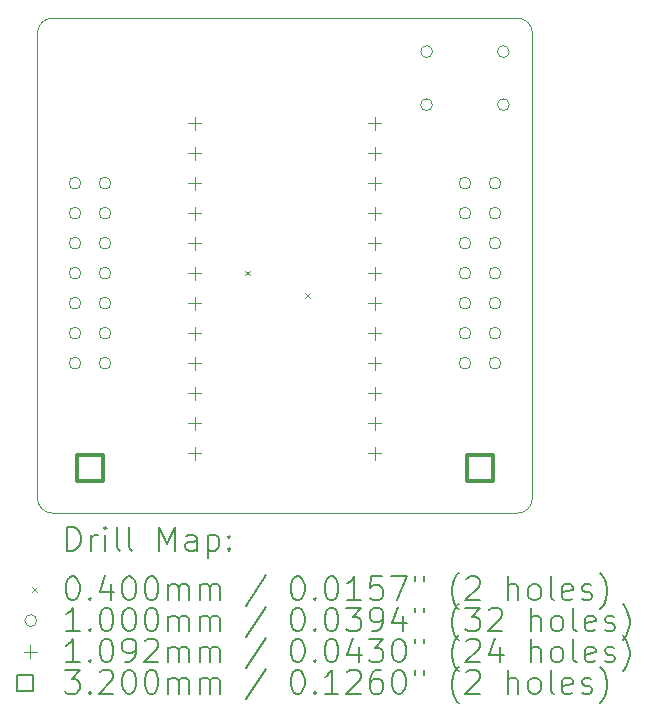
<source format=gbr>
%FSLAX45Y45*%
G04 Gerber Fmt 4.5, Leading zero omitted, Abs format (unit mm)*
G04 Created by KiCad (PCBNEW (6.0.4-0)) date 2022-03-28 13:42:37*
%MOMM*%
%LPD*%
G01*
G04 APERTURE LIST*
%TA.AperFunction,Profile*%
%ADD10C,0.120000*%
%TD*%
%ADD11C,0.200000*%
%ADD12C,0.040000*%
%ADD13C,0.100000*%
%ADD14C,0.109220*%
%ADD15C,0.320000*%
G04 APERTURE END LIST*
D10*
X15938500Y-8636000D02*
X12001500Y-8636000D01*
X11874500Y-8509000D02*
X11874500Y-4572000D01*
X16065500Y-4572000D02*
G75*
G03*
X15938500Y-4445000I-127000J0D01*
G01*
X11874500Y-8509000D02*
G75*
G03*
X12001500Y-8636000I127000J0D01*
G01*
X15938500Y-8636000D02*
G75*
G03*
X16065500Y-8509000I0J127000D01*
G01*
X12001500Y-4445000D02*
G75*
G03*
X11874500Y-4572000I0J-127000D01*
G01*
X12001500Y-4445000D02*
X15938500Y-4445000D01*
X16065500Y-4572000D02*
X16065500Y-8509000D01*
D11*
D12*
X13632500Y-6584000D02*
X13672500Y-6624000D01*
X13672500Y-6584000D02*
X13632500Y-6624000D01*
X14140500Y-6774500D02*
X14180500Y-6814500D01*
X14180500Y-6774500D02*
X14140500Y-6814500D01*
D13*
X12242000Y-5842000D02*
G75*
G03*
X12242000Y-5842000I-50000J0D01*
G01*
X12242000Y-6096000D02*
G75*
G03*
X12242000Y-6096000I-50000J0D01*
G01*
X12242000Y-6350000D02*
G75*
G03*
X12242000Y-6350000I-50000J0D01*
G01*
X12242000Y-6604000D02*
G75*
G03*
X12242000Y-6604000I-50000J0D01*
G01*
X12242000Y-6858000D02*
G75*
G03*
X12242000Y-6858000I-50000J0D01*
G01*
X12242000Y-7112000D02*
G75*
G03*
X12242000Y-7112000I-50000J0D01*
G01*
X12242000Y-7366000D02*
G75*
G03*
X12242000Y-7366000I-50000J0D01*
G01*
X12496000Y-5842000D02*
G75*
G03*
X12496000Y-5842000I-50000J0D01*
G01*
X12496000Y-6096000D02*
G75*
G03*
X12496000Y-6096000I-50000J0D01*
G01*
X12496000Y-6350000D02*
G75*
G03*
X12496000Y-6350000I-50000J0D01*
G01*
X12496000Y-6604000D02*
G75*
G03*
X12496000Y-6604000I-50000J0D01*
G01*
X12496000Y-6858000D02*
G75*
G03*
X12496000Y-6858000I-50000J0D01*
G01*
X12496000Y-7112000D02*
G75*
G03*
X12496000Y-7112000I-50000J0D01*
G01*
X12496000Y-7366000D02*
G75*
G03*
X12496000Y-7366000I-50000J0D01*
G01*
X15219000Y-4728000D02*
G75*
G03*
X15219000Y-4728000I-50000J0D01*
G01*
X15219000Y-5178000D02*
G75*
G03*
X15219000Y-5178000I-50000J0D01*
G01*
X15544000Y-5842000D02*
G75*
G03*
X15544000Y-5842000I-50000J0D01*
G01*
X15544000Y-6096000D02*
G75*
G03*
X15544000Y-6096000I-50000J0D01*
G01*
X15544000Y-6350000D02*
G75*
G03*
X15544000Y-6350000I-50000J0D01*
G01*
X15544000Y-6604000D02*
G75*
G03*
X15544000Y-6604000I-50000J0D01*
G01*
X15544000Y-6858000D02*
G75*
G03*
X15544000Y-6858000I-50000J0D01*
G01*
X15544000Y-7112000D02*
G75*
G03*
X15544000Y-7112000I-50000J0D01*
G01*
X15544000Y-7366000D02*
G75*
G03*
X15544000Y-7366000I-50000J0D01*
G01*
X15798000Y-5842000D02*
G75*
G03*
X15798000Y-5842000I-50000J0D01*
G01*
X15798000Y-6096000D02*
G75*
G03*
X15798000Y-6096000I-50000J0D01*
G01*
X15798000Y-6350000D02*
G75*
G03*
X15798000Y-6350000I-50000J0D01*
G01*
X15798000Y-6604000D02*
G75*
G03*
X15798000Y-6604000I-50000J0D01*
G01*
X15798000Y-6858000D02*
G75*
G03*
X15798000Y-6858000I-50000J0D01*
G01*
X15798000Y-7112000D02*
G75*
G03*
X15798000Y-7112000I-50000J0D01*
G01*
X15798000Y-7366000D02*
G75*
G03*
X15798000Y-7366000I-50000J0D01*
G01*
X15869000Y-4728000D02*
G75*
G03*
X15869000Y-4728000I-50000J0D01*
G01*
X15869000Y-5178000D02*
G75*
G03*
X15869000Y-5178000I-50000J0D01*
G01*
D14*
X13208000Y-5279390D02*
X13208000Y-5388610D01*
X13153390Y-5334000D02*
X13262610Y-5334000D01*
X13208000Y-5533390D02*
X13208000Y-5642610D01*
X13153390Y-5588000D02*
X13262610Y-5588000D01*
X13208000Y-5787390D02*
X13208000Y-5896610D01*
X13153390Y-5842000D02*
X13262610Y-5842000D01*
X13208000Y-6041390D02*
X13208000Y-6150610D01*
X13153390Y-6096000D02*
X13262610Y-6096000D01*
X13208000Y-6295390D02*
X13208000Y-6404610D01*
X13153390Y-6350000D02*
X13262610Y-6350000D01*
X13208000Y-6549390D02*
X13208000Y-6658610D01*
X13153390Y-6604000D02*
X13262610Y-6604000D01*
X13208000Y-6803390D02*
X13208000Y-6912610D01*
X13153390Y-6858000D02*
X13262610Y-6858000D01*
X13208000Y-7057390D02*
X13208000Y-7166610D01*
X13153390Y-7112000D02*
X13262610Y-7112000D01*
X13208000Y-7311390D02*
X13208000Y-7420610D01*
X13153390Y-7366000D02*
X13262610Y-7366000D01*
X13208000Y-7565390D02*
X13208000Y-7674610D01*
X13153390Y-7620000D02*
X13262610Y-7620000D01*
X13208000Y-7819390D02*
X13208000Y-7928610D01*
X13153390Y-7874000D02*
X13262610Y-7874000D01*
X13208000Y-8073390D02*
X13208000Y-8182610D01*
X13153390Y-8128000D02*
X13262610Y-8128000D01*
X14732000Y-5279390D02*
X14732000Y-5388610D01*
X14677390Y-5334000D02*
X14786610Y-5334000D01*
X14732000Y-5533390D02*
X14732000Y-5642610D01*
X14677390Y-5588000D02*
X14786610Y-5588000D01*
X14732000Y-5787390D02*
X14732000Y-5896610D01*
X14677390Y-5842000D02*
X14786610Y-5842000D01*
X14732000Y-6041390D02*
X14732000Y-6150610D01*
X14677390Y-6096000D02*
X14786610Y-6096000D01*
X14732000Y-6295390D02*
X14732000Y-6404610D01*
X14677390Y-6350000D02*
X14786610Y-6350000D01*
X14732000Y-6549390D02*
X14732000Y-6658610D01*
X14677390Y-6604000D02*
X14786610Y-6604000D01*
X14732000Y-6803390D02*
X14732000Y-6912610D01*
X14677390Y-6858000D02*
X14786610Y-6858000D01*
X14732000Y-7057390D02*
X14732000Y-7166610D01*
X14677390Y-7112000D02*
X14786610Y-7112000D01*
X14732000Y-7311390D02*
X14732000Y-7420610D01*
X14677390Y-7366000D02*
X14786610Y-7366000D01*
X14732000Y-7565390D02*
X14732000Y-7674610D01*
X14677390Y-7620000D02*
X14786610Y-7620000D01*
X14732000Y-7819390D02*
X14732000Y-7928610D01*
X14677390Y-7874000D02*
X14786610Y-7874000D01*
X14732000Y-8073390D02*
X14732000Y-8182610D01*
X14677390Y-8128000D02*
X14786610Y-8128000D01*
D15*
X12432138Y-8368138D02*
X12432138Y-8141862D01*
X12205862Y-8141862D01*
X12205862Y-8368138D01*
X12432138Y-8368138D01*
X15734138Y-8368138D02*
X15734138Y-8141862D01*
X15507862Y-8141862D01*
X15507862Y-8368138D01*
X15734138Y-8368138D01*
D11*
X12126119Y-8952476D02*
X12126119Y-8752476D01*
X12173738Y-8752476D01*
X12202309Y-8762000D01*
X12221357Y-8781048D01*
X12230881Y-8800095D01*
X12240405Y-8838190D01*
X12240405Y-8866762D01*
X12230881Y-8904857D01*
X12221357Y-8923905D01*
X12202309Y-8942952D01*
X12173738Y-8952476D01*
X12126119Y-8952476D01*
X12326119Y-8952476D02*
X12326119Y-8819143D01*
X12326119Y-8857238D02*
X12335643Y-8838190D01*
X12345167Y-8828667D01*
X12364214Y-8819143D01*
X12383262Y-8819143D01*
X12449928Y-8952476D02*
X12449928Y-8819143D01*
X12449928Y-8752476D02*
X12440405Y-8762000D01*
X12449928Y-8771524D01*
X12459452Y-8762000D01*
X12449928Y-8752476D01*
X12449928Y-8771524D01*
X12573738Y-8952476D02*
X12554690Y-8942952D01*
X12545167Y-8923905D01*
X12545167Y-8752476D01*
X12678500Y-8952476D02*
X12659452Y-8942952D01*
X12649928Y-8923905D01*
X12649928Y-8752476D01*
X12907071Y-8952476D02*
X12907071Y-8752476D01*
X12973738Y-8895333D01*
X13040405Y-8752476D01*
X13040405Y-8952476D01*
X13221357Y-8952476D02*
X13221357Y-8847714D01*
X13211833Y-8828667D01*
X13192786Y-8819143D01*
X13154690Y-8819143D01*
X13135643Y-8828667D01*
X13221357Y-8942952D02*
X13202309Y-8952476D01*
X13154690Y-8952476D01*
X13135643Y-8942952D01*
X13126119Y-8923905D01*
X13126119Y-8904857D01*
X13135643Y-8885810D01*
X13154690Y-8876286D01*
X13202309Y-8876286D01*
X13221357Y-8866762D01*
X13316595Y-8819143D02*
X13316595Y-9019143D01*
X13316595Y-8828667D02*
X13335643Y-8819143D01*
X13373738Y-8819143D01*
X13392786Y-8828667D01*
X13402309Y-8838190D01*
X13411833Y-8857238D01*
X13411833Y-8914381D01*
X13402309Y-8933429D01*
X13392786Y-8942952D01*
X13373738Y-8952476D01*
X13335643Y-8952476D01*
X13316595Y-8942952D01*
X13497548Y-8933429D02*
X13507071Y-8942952D01*
X13497548Y-8952476D01*
X13488024Y-8942952D01*
X13497548Y-8933429D01*
X13497548Y-8952476D01*
X13497548Y-8828667D02*
X13507071Y-8838190D01*
X13497548Y-8847714D01*
X13488024Y-8838190D01*
X13497548Y-8828667D01*
X13497548Y-8847714D01*
D12*
X11828500Y-9262000D02*
X11868500Y-9302000D01*
X11868500Y-9262000D02*
X11828500Y-9302000D01*
D11*
X12164214Y-9172476D02*
X12183262Y-9172476D01*
X12202309Y-9182000D01*
X12211833Y-9191524D01*
X12221357Y-9210571D01*
X12230881Y-9248667D01*
X12230881Y-9296286D01*
X12221357Y-9334381D01*
X12211833Y-9353429D01*
X12202309Y-9362952D01*
X12183262Y-9372476D01*
X12164214Y-9372476D01*
X12145167Y-9362952D01*
X12135643Y-9353429D01*
X12126119Y-9334381D01*
X12116595Y-9296286D01*
X12116595Y-9248667D01*
X12126119Y-9210571D01*
X12135643Y-9191524D01*
X12145167Y-9182000D01*
X12164214Y-9172476D01*
X12316595Y-9353429D02*
X12326119Y-9362952D01*
X12316595Y-9372476D01*
X12307071Y-9362952D01*
X12316595Y-9353429D01*
X12316595Y-9372476D01*
X12497548Y-9239143D02*
X12497548Y-9372476D01*
X12449928Y-9162952D02*
X12402309Y-9305810D01*
X12526119Y-9305810D01*
X12640405Y-9172476D02*
X12659452Y-9172476D01*
X12678500Y-9182000D01*
X12688024Y-9191524D01*
X12697548Y-9210571D01*
X12707071Y-9248667D01*
X12707071Y-9296286D01*
X12697548Y-9334381D01*
X12688024Y-9353429D01*
X12678500Y-9362952D01*
X12659452Y-9372476D01*
X12640405Y-9372476D01*
X12621357Y-9362952D01*
X12611833Y-9353429D01*
X12602309Y-9334381D01*
X12592786Y-9296286D01*
X12592786Y-9248667D01*
X12602309Y-9210571D01*
X12611833Y-9191524D01*
X12621357Y-9182000D01*
X12640405Y-9172476D01*
X12830881Y-9172476D02*
X12849928Y-9172476D01*
X12868976Y-9182000D01*
X12878500Y-9191524D01*
X12888024Y-9210571D01*
X12897548Y-9248667D01*
X12897548Y-9296286D01*
X12888024Y-9334381D01*
X12878500Y-9353429D01*
X12868976Y-9362952D01*
X12849928Y-9372476D01*
X12830881Y-9372476D01*
X12811833Y-9362952D01*
X12802309Y-9353429D01*
X12792786Y-9334381D01*
X12783262Y-9296286D01*
X12783262Y-9248667D01*
X12792786Y-9210571D01*
X12802309Y-9191524D01*
X12811833Y-9182000D01*
X12830881Y-9172476D01*
X12983262Y-9372476D02*
X12983262Y-9239143D01*
X12983262Y-9258190D02*
X12992786Y-9248667D01*
X13011833Y-9239143D01*
X13040405Y-9239143D01*
X13059452Y-9248667D01*
X13068976Y-9267714D01*
X13068976Y-9372476D01*
X13068976Y-9267714D02*
X13078500Y-9248667D01*
X13097548Y-9239143D01*
X13126119Y-9239143D01*
X13145167Y-9248667D01*
X13154690Y-9267714D01*
X13154690Y-9372476D01*
X13249928Y-9372476D02*
X13249928Y-9239143D01*
X13249928Y-9258190D02*
X13259452Y-9248667D01*
X13278500Y-9239143D01*
X13307071Y-9239143D01*
X13326119Y-9248667D01*
X13335643Y-9267714D01*
X13335643Y-9372476D01*
X13335643Y-9267714D02*
X13345167Y-9248667D01*
X13364214Y-9239143D01*
X13392786Y-9239143D01*
X13411833Y-9248667D01*
X13421357Y-9267714D01*
X13421357Y-9372476D01*
X13811833Y-9162952D02*
X13640405Y-9420095D01*
X14068976Y-9172476D02*
X14088024Y-9172476D01*
X14107071Y-9182000D01*
X14116595Y-9191524D01*
X14126119Y-9210571D01*
X14135643Y-9248667D01*
X14135643Y-9296286D01*
X14126119Y-9334381D01*
X14116595Y-9353429D01*
X14107071Y-9362952D01*
X14088024Y-9372476D01*
X14068976Y-9372476D01*
X14049928Y-9362952D01*
X14040405Y-9353429D01*
X14030881Y-9334381D01*
X14021357Y-9296286D01*
X14021357Y-9248667D01*
X14030881Y-9210571D01*
X14040405Y-9191524D01*
X14049928Y-9182000D01*
X14068976Y-9172476D01*
X14221357Y-9353429D02*
X14230881Y-9362952D01*
X14221357Y-9372476D01*
X14211833Y-9362952D01*
X14221357Y-9353429D01*
X14221357Y-9372476D01*
X14354690Y-9172476D02*
X14373738Y-9172476D01*
X14392786Y-9182000D01*
X14402309Y-9191524D01*
X14411833Y-9210571D01*
X14421357Y-9248667D01*
X14421357Y-9296286D01*
X14411833Y-9334381D01*
X14402309Y-9353429D01*
X14392786Y-9362952D01*
X14373738Y-9372476D01*
X14354690Y-9372476D01*
X14335643Y-9362952D01*
X14326119Y-9353429D01*
X14316595Y-9334381D01*
X14307071Y-9296286D01*
X14307071Y-9248667D01*
X14316595Y-9210571D01*
X14326119Y-9191524D01*
X14335643Y-9182000D01*
X14354690Y-9172476D01*
X14611833Y-9372476D02*
X14497548Y-9372476D01*
X14554690Y-9372476D02*
X14554690Y-9172476D01*
X14535643Y-9201048D01*
X14516595Y-9220095D01*
X14497548Y-9229619D01*
X14792786Y-9172476D02*
X14697548Y-9172476D01*
X14688024Y-9267714D01*
X14697548Y-9258190D01*
X14716595Y-9248667D01*
X14764214Y-9248667D01*
X14783262Y-9258190D01*
X14792786Y-9267714D01*
X14802309Y-9286762D01*
X14802309Y-9334381D01*
X14792786Y-9353429D01*
X14783262Y-9362952D01*
X14764214Y-9372476D01*
X14716595Y-9372476D01*
X14697548Y-9362952D01*
X14688024Y-9353429D01*
X14868976Y-9172476D02*
X15002309Y-9172476D01*
X14916595Y-9372476D01*
X15068976Y-9172476D02*
X15068976Y-9210571D01*
X15145167Y-9172476D02*
X15145167Y-9210571D01*
X15440405Y-9448667D02*
X15430881Y-9439143D01*
X15411833Y-9410571D01*
X15402309Y-9391524D01*
X15392786Y-9362952D01*
X15383262Y-9315333D01*
X15383262Y-9277238D01*
X15392786Y-9229619D01*
X15402309Y-9201048D01*
X15411833Y-9182000D01*
X15430881Y-9153429D01*
X15440405Y-9143905D01*
X15507071Y-9191524D02*
X15516595Y-9182000D01*
X15535643Y-9172476D01*
X15583262Y-9172476D01*
X15602309Y-9182000D01*
X15611833Y-9191524D01*
X15621357Y-9210571D01*
X15621357Y-9229619D01*
X15611833Y-9258190D01*
X15497548Y-9372476D01*
X15621357Y-9372476D01*
X15859452Y-9372476D02*
X15859452Y-9172476D01*
X15945167Y-9372476D02*
X15945167Y-9267714D01*
X15935643Y-9248667D01*
X15916595Y-9239143D01*
X15888024Y-9239143D01*
X15868976Y-9248667D01*
X15859452Y-9258190D01*
X16068976Y-9372476D02*
X16049928Y-9362952D01*
X16040405Y-9353429D01*
X16030881Y-9334381D01*
X16030881Y-9277238D01*
X16040405Y-9258190D01*
X16049928Y-9248667D01*
X16068976Y-9239143D01*
X16097548Y-9239143D01*
X16116595Y-9248667D01*
X16126119Y-9258190D01*
X16135643Y-9277238D01*
X16135643Y-9334381D01*
X16126119Y-9353429D01*
X16116595Y-9362952D01*
X16097548Y-9372476D01*
X16068976Y-9372476D01*
X16249928Y-9372476D02*
X16230881Y-9362952D01*
X16221357Y-9343905D01*
X16221357Y-9172476D01*
X16402309Y-9362952D02*
X16383262Y-9372476D01*
X16345167Y-9372476D01*
X16326119Y-9362952D01*
X16316595Y-9343905D01*
X16316595Y-9267714D01*
X16326119Y-9248667D01*
X16345167Y-9239143D01*
X16383262Y-9239143D01*
X16402309Y-9248667D01*
X16411833Y-9267714D01*
X16411833Y-9286762D01*
X16316595Y-9305810D01*
X16488024Y-9362952D02*
X16507071Y-9372476D01*
X16545167Y-9372476D01*
X16564214Y-9362952D01*
X16573738Y-9343905D01*
X16573738Y-9334381D01*
X16564214Y-9315333D01*
X16545167Y-9305810D01*
X16516595Y-9305810D01*
X16497548Y-9296286D01*
X16488024Y-9277238D01*
X16488024Y-9267714D01*
X16497548Y-9248667D01*
X16516595Y-9239143D01*
X16545167Y-9239143D01*
X16564214Y-9248667D01*
X16640405Y-9448667D02*
X16649928Y-9439143D01*
X16668976Y-9410571D01*
X16678500Y-9391524D01*
X16688024Y-9362952D01*
X16697548Y-9315333D01*
X16697548Y-9277238D01*
X16688024Y-9229619D01*
X16678500Y-9201048D01*
X16668976Y-9182000D01*
X16649928Y-9153429D01*
X16640405Y-9143905D01*
D13*
X11868500Y-9546000D02*
G75*
G03*
X11868500Y-9546000I-50000J0D01*
G01*
D11*
X12230881Y-9636476D02*
X12116595Y-9636476D01*
X12173738Y-9636476D02*
X12173738Y-9436476D01*
X12154690Y-9465048D01*
X12135643Y-9484095D01*
X12116595Y-9493619D01*
X12316595Y-9617429D02*
X12326119Y-9626952D01*
X12316595Y-9636476D01*
X12307071Y-9626952D01*
X12316595Y-9617429D01*
X12316595Y-9636476D01*
X12449928Y-9436476D02*
X12468976Y-9436476D01*
X12488024Y-9446000D01*
X12497548Y-9455524D01*
X12507071Y-9474571D01*
X12516595Y-9512667D01*
X12516595Y-9560286D01*
X12507071Y-9598381D01*
X12497548Y-9617429D01*
X12488024Y-9626952D01*
X12468976Y-9636476D01*
X12449928Y-9636476D01*
X12430881Y-9626952D01*
X12421357Y-9617429D01*
X12411833Y-9598381D01*
X12402309Y-9560286D01*
X12402309Y-9512667D01*
X12411833Y-9474571D01*
X12421357Y-9455524D01*
X12430881Y-9446000D01*
X12449928Y-9436476D01*
X12640405Y-9436476D02*
X12659452Y-9436476D01*
X12678500Y-9446000D01*
X12688024Y-9455524D01*
X12697548Y-9474571D01*
X12707071Y-9512667D01*
X12707071Y-9560286D01*
X12697548Y-9598381D01*
X12688024Y-9617429D01*
X12678500Y-9626952D01*
X12659452Y-9636476D01*
X12640405Y-9636476D01*
X12621357Y-9626952D01*
X12611833Y-9617429D01*
X12602309Y-9598381D01*
X12592786Y-9560286D01*
X12592786Y-9512667D01*
X12602309Y-9474571D01*
X12611833Y-9455524D01*
X12621357Y-9446000D01*
X12640405Y-9436476D01*
X12830881Y-9436476D02*
X12849928Y-9436476D01*
X12868976Y-9446000D01*
X12878500Y-9455524D01*
X12888024Y-9474571D01*
X12897548Y-9512667D01*
X12897548Y-9560286D01*
X12888024Y-9598381D01*
X12878500Y-9617429D01*
X12868976Y-9626952D01*
X12849928Y-9636476D01*
X12830881Y-9636476D01*
X12811833Y-9626952D01*
X12802309Y-9617429D01*
X12792786Y-9598381D01*
X12783262Y-9560286D01*
X12783262Y-9512667D01*
X12792786Y-9474571D01*
X12802309Y-9455524D01*
X12811833Y-9446000D01*
X12830881Y-9436476D01*
X12983262Y-9636476D02*
X12983262Y-9503143D01*
X12983262Y-9522190D02*
X12992786Y-9512667D01*
X13011833Y-9503143D01*
X13040405Y-9503143D01*
X13059452Y-9512667D01*
X13068976Y-9531714D01*
X13068976Y-9636476D01*
X13068976Y-9531714D02*
X13078500Y-9512667D01*
X13097548Y-9503143D01*
X13126119Y-9503143D01*
X13145167Y-9512667D01*
X13154690Y-9531714D01*
X13154690Y-9636476D01*
X13249928Y-9636476D02*
X13249928Y-9503143D01*
X13249928Y-9522190D02*
X13259452Y-9512667D01*
X13278500Y-9503143D01*
X13307071Y-9503143D01*
X13326119Y-9512667D01*
X13335643Y-9531714D01*
X13335643Y-9636476D01*
X13335643Y-9531714D02*
X13345167Y-9512667D01*
X13364214Y-9503143D01*
X13392786Y-9503143D01*
X13411833Y-9512667D01*
X13421357Y-9531714D01*
X13421357Y-9636476D01*
X13811833Y-9426952D02*
X13640405Y-9684095D01*
X14068976Y-9436476D02*
X14088024Y-9436476D01*
X14107071Y-9446000D01*
X14116595Y-9455524D01*
X14126119Y-9474571D01*
X14135643Y-9512667D01*
X14135643Y-9560286D01*
X14126119Y-9598381D01*
X14116595Y-9617429D01*
X14107071Y-9626952D01*
X14088024Y-9636476D01*
X14068976Y-9636476D01*
X14049928Y-9626952D01*
X14040405Y-9617429D01*
X14030881Y-9598381D01*
X14021357Y-9560286D01*
X14021357Y-9512667D01*
X14030881Y-9474571D01*
X14040405Y-9455524D01*
X14049928Y-9446000D01*
X14068976Y-9436476D01*
X14221357Y-9617429D02*
X14230881Y-9626952D01*
X14221357Y-9636476D01*
X14211833Y-9626952D01*
X14221357Y-9617429D01*
X14221357Y-9636476D01*
X14354690Y-9436476D02*
X14373738Y-9436476D01*
X14392786Y-9446000D01*
X14402309Y-9455524D01*
X14411833Y-9474571D01*
X14421357Y-9512667D01*
X14421357Y-9560286D01*
X14411833Y-9598381D01*
X14402309Y-9617429D01*
X14392786Y-9626952D01*
X14373738Y-9636476D01*
X14354690Y-9636476D01*
X14335643Y-9626952D01*
X14326119Y-9617429D01*
X14316595Y-9598381D01*
X14307071Y-9560286D01*
X14307071Y-9512667D01*
X14316595Y-9474571D01*
X14326119Y-9455524D01*
X14335643Y-9446000D01*
X14354690Y-9436476D01*
X14488024Y-9436476D02*
X14611833Y-9436476D01*
X14545167Y-9512667D01*
X14573738Y-9512667D01*
X14592786Y-9522190D01*
X14602309Y-9531714D01*
X14611833Y-9550762D01*
X14611833Y-9598381D01*
X14602309Y-9617429D01*
X14592786Y-9626952D01*
X14573738Y-9636476D01*
X14516595Y-9636476D01*
X14497548Y-9626952D01*
X14488024Y-9617429D01*
X14707071Y-9636476D02*
X14745167Y-9636476D01*
X14764214Y-9626952D01*
X14773738Y-9617429D01*
X14792786Y-9588857D01*
X14802309Y-9550762D01*
X14802309Y-9474571D01*
X14792786Y-9455524D01*
X14783262Y-9446000D01*
X14764214Y-9436476D01*
X14726119Y-9436476D01*
X14707071Y-9446000D01*
X14697548Y-9455524D01*
X14688024Y-9474571D01*
X14688024Y-9522190D01*
X14697548Y-9541238D01*
X14707071Y-9550762D01*
X14726119Y-9560286D01*
X14764214Y-9560286D01*
X14783262Y-9550762D01*
X14792786Y-9541238D01*
X14802309Y-9522190D01*
X14973738Y-9503143D02*
X14973738Y-9636476D01*
X14926119Y-9426952D02*
X14878500Y-9569810D01*
X15002309Y-9569810D01*
X15068976Y-9436476D02*
X15068976Y-9474571D01*
X15145167Y-9436476D02*
X15145167Y-9474571D01*
X15440405Y-9712667D02*
X15430881Y-9703143D01*
X15411833Y-9674571D01*
X15402309Y-9655524D01*
X15392786Y-9626952D01*
X15383262Y-9579333D01*
X15383262Y-9541238D01*
X15392786Y-9493619D01*
X15402309Y-9465048D01*
X15411833Y-9446000D01*
X15430881Y-9417429D01*
X15440405Y-9407905D01*
X15497548Y-9436476D02*
X15621357Y-9436476D01*
X15554690Y-9512667D01*
X15583262Y-9512667D01*
X15602309Y-9522190D01*
X15611833Y-9531714D01*
X15621357Y-9550762D01*
X15621357Y-9598381D01*
X15611833Y-9617429D01*
X15602309Y-9626952D01*
X15583262Y-9636476D01*
X15526119Y-9636476D01*
X15507071Y-9626952D01*
X15497548Y-9617429D01*
X15697548Y-9455524D02*
X15707071Y-9446000D01*
X15726119Y-9436476D01*
X15773738Y-9436476D01*
X15792786Y-9446000D01*
X15802309Y-9455524D01*
X15811833Y-9474571D01*
X15811833Y-9493619D01*
X15802309Y-9522190D01*
X15688024Y-9636476D01*
X15811833Y-9636476D01*
X16049928Y-9636476D02*
X16049928Y-9436476D01*
X16135643Y-9636476D02*
X16135643Y-9531714D01*
X16126119Y-9512667D01*
X16107071Y-9503143D01*
X16078500Y-9503143D01*
X16059452Y-9512667D01*
X16049928Y-9522190D01*
X16259452Y-9636476D02*
X16240405Y-9626952D01*
X16230881Y-9617429D01*
X16221357Y-9598381D01*
X16221357Y-9541238D01*
X16230881Y-9522190D01*
X16240405Y-9512667D01*
X16259452Y-9503143D01*
X16288024Y-9503143D01*
X16307071Y-9512667D01*
X16316595Y-9522190D01*
X16326119Y-9541238D01*
X16326119Y-9598381D01*
X16316595Y-9617429D01*
X16307071Y-9626952D01*
X16288024Y-9636476D01*
X16259452Y-9636476D01*
X16440405Y-9636476D02*
X16421357Y-9626952D01*
X16411833Y-9607905D01*
X16411833Y-9436476D01*
X16592786Y-9626952D02*
X16573738Y-9636476D01*
X16535643Y-9636476D01*
X16516595Y-9626952D01*
X16507071Y-9607905D01*
X16507071Y-9531714D01*
X16516595Y-9512667D01*
X16535643Y-9503143D01*
X16573738Y-9503143D01*
X16592786Y-9512667D01*
X16602309Y-9531714D01*
X16602309Y-9550762D01*
X16507071Y-9569810D01*
X16678500Y-9626952D02*
X16697548Y-9636476D01*
X16735643Y-9636476D01*
X16754690Y-9626952D01*
X16764214Y-9607905D01*
X16764214Y-9598381D01*
X16754690Y-9579333D01*
X16735643Y-9569810D01*
X16707071Y-9569810D01*
X16688024Y-9560286D01*
X16678500Y-9541238D01*
X16678500Y-9531714D01*
X16688024Y-9512667D01*
X16707071Y-9503143D01*
X16735643Y-9503143D01*
X16754690Y-9512667D01*
X16830881Y-9712667D02*
X16840405Y-9703143D01*
X16859452Y-9674571D01*
X16868976Y-9655524D01*
X16878500Y-9626952D01*
X16888024Y-9579333D01*
X16888024Y-9541238D01*
X16878500Y-9493619D01*
X16868976Y-9465048D01*
X16859452Y-9446000D01*
X16840405Y-9417429D01*
X16830881Y-9407905D01*
D14*
X11813890Y-9755390D02*
X11813890Y-9864610D01*
X11759280Y-9810000D02*
X11868500Y-9810000D01*
D11*
X12230881Y-9900476D02*
X12116595Y-9900476D01*
X12173738Y-9900476D02*
X12173738Y-9700476D01*
X12154690Y-9729048D01*
X12135643Y-9748095D01*
X12116595Y-9757619D01*
X12316595Y-9881429D02*
X12326119Y-9890952D01*
X12316595Y-9900476D01*
X12307071Y-9890952D01*
X12316595Y-9881429D01*
X12316595Y-9900476D01*
X12449928Y-9700476D02*
X12468976Y-9700476D01*
X12488024Y-9710000D01*
X12497548Y-9719524D01*
X12507071Y-9738571D01*
X12516595Y-9776667D01*
X12516595Y-9824286D01*
X12507071Y-9862381D01*
X12497548Y-9881429D01*
X12488024Y-9890952D01*
X12468976Y-9900476D01*
X12449928Y-9900476D01*
X12430881Y-9890952D01*
X12421357Y-9881429D01*
X12411833Y-9862381D01*
X12402309Y-9824286D01*
X12402309Y-9776667D01*
X12411833Y-9738571D01*
X12421357Y-9719524D01*
X12430881Y-9710000D01*
X12449928Y-9700476D01*
X12611833Y-9900476D02*
X12649928Y-9900476D01*
X12668976Y-9890952D01*
X12678500Y-9881429D01*
X12697548Y-9852857D01*
X12707071Y-9814762D01*
X12707071Y-9738571D01*
X12697548Y-9719524D01*
X12688024Y-9710000D01*
X12668976Y-9700476D01*
X12630881Y-9700476D01*
X12611833Y-9710000D01*
X12602309Y-9719524D01*
X12592786Y-9738571D01*
X12592786Y-9786190D01*
X12602309Y-9805238D01*
X12611833Y-9814762D01*
X12630881Y-9824286D01*
X12668976Y-9824286D01*
X12688024Y-9814762D01*
X12697548Y-9805238D01*
X12707071Y-9786190D01*
X12783262Y-9719524D02*
X12792786Y-9710000D01*
X12811833Y-9700476D01*
X12859452Y-9700476D01*
X12878500Y-9710000D01*
X12888024Y-9719524D01*
X12897548Y-9738571D01*
X12897548Y-9757619D01*
X12888024Y-9786190D01*
X12773738Y-9900476D01*
X12897548Y-9900476D01*
X12983262Y-9900476D02*
X12983262Y-9767143D01*
X12983262Y-9786190D02*
X12992786Y-9776667D01*
X13011833Y-9767143D01*
X13040405Y-9767143D01*
X13059452Y-9776667D01*
X13068976Y-9795714D01*
X13068976Y-9900476D01*
X13068976Y-9795714D02*
X13078500Y-9776667D01*
X13097548Y-9767143D01*
X13126119Y-9767143D01*
X13145167Y-9776667D01*
X13154690Y-9795714D01*
X13154690Y-9900476D01*
X13249928Y-9900476D02*
X13249928Y-9767143D01*
X13249928Y-9786190D02*
X13259452Y-9776667D01*
X13278500Y-9767143D01*
X13307071Y-9767143D01*
X13326119Y-9776667D01*
X13335643Y-9795714D01*
X13335643Y-9900476D01*
X13335643Y-9795714D02*
X13345167Y-9776667D01*
X13364214Y-9767143D01*
X13392786Y-9767143D01*
X13411833Y-9776667D01*
X13421357Y-9795714D01*
X13421357Y-9900476D01*
X13811833Y-9690952D02*
X13640405Y-9948095D01*
X14068976Y-9700476D02*
X14088024Y-9700476D01*
X14107071Y-9710000D01*
X14116595Y-9719524D01*
X14126119Y-9738571D01*
X14135643Y-9776667D01*
X14135643Y-9824286D01*
X14126119Y-9862381D01*
X14116595Y-9881429D01*
X14107071Y-9890952D01*
X14088024Y-9900476D01*
X14068976Y-9900476D01*
X14049928Y-9890952D01*
X14040405Y-9881429D01*
X14030881Y-9862381D01*
X14021357Y-9824286D01*
X14021357Y-9776667D01*
X14030881Y-9738571D01*
X14040405Y-9719524D01*
X14049928Y-9710000D01*
X14068976Y-9700476D01*
X14221357Y-9881429D02*
X14230881Y-9890952D01*
X14221357Y-9900476D01*
X14211833Y-9890952D01*
X14221357Y-9881429D01*
X14221357Y-9900476D01*
X14354690Y-9700476D02*
X14373738Y-9700476D01*
X14392786Y-9710000D01*
X14402309Y-9719524D01*
X14411833Y-9738571D01*
X14421357Y-9776667D01*
X14421357Y-9824286D01*
X14411833Y-9862381D01*
X14402309Y-9881429D01*
X14392786Y-9890952D01*
X14373738Y-9900476D01*
X14354690Y-9900476D01*
X14335643Y-9890952D01*
X14326119Y-9881429D01*
X14316595Y-9862381D01*
X14307071Y-9824286D01*
X14307071Y-9776667D01*
X14316595Y-9738571D01*
X14326119Y-9719524D01*
X14335643Y-9710000D01*
X14354690Y-9700476D01*
X14592786Y-9767143D02*
X14592786Y-9900476D01*
X14545167Y-9690952D02*
X14497548Y-9833810D01*
X14621357Y-9833810D01*
X14678500Y-9700476D02*
X14802309Y-9700476D01*
X14735643Y-9776667D01*
X14764214Y-9776667D01*
X14783262Y-9786190D01*
X14792786Y-9795714D01*
X14802309Y-9814762D01*
X14802309Y-9862381D01*
X14792786Y-9881429D01*
X14783262Y-9890952D01*
X14764214Y-9900476D01*
X14707071Y-9900476D01*
X14688024Y-9890952D01*
X14678500Y-9881429D01*
X14926119Y-9700476D02*
X14945167Y-9700476D01*
X14964214Y-9710000D01*
X14973738Y-9719524D01*
X14983262Y-9738571D01*
X14992786Y-9776667D01*
X14992786Y-9824286D01*
X14983262Y-9862381D01*
X14973738Y-9881429D01*
X14964214Y-9890952D01*
X14945167Y-9900476D01*
X14926119Y-9900476D01*
X14907071Y-9890952D01*
X14897548Y-9881429D01*
X14888024Y-9862381D01*
X14878500Y-9824286D01*
X14878500Y-9776667D01*
X14888024Y-9738571D01*
X14897548Y-9719524D01*
X14907071Y-9710000D01*
X14926119Y-9700476D01*
X15068976Y-9700476D02*
X15068976Y-9738571D01*
X15145167Y-9700476D02*
X15145167Y-9738571D01*
X15440405Y-9976667D02*
X15430881Y-9967143D01*
X15411833Y-9938571D01*
X15402309Y-9919524D01*
X15392786Y-9890952D01*
X15383262Y-9843333D01*
X15383262Y-9805238D01*
X15392786Y-9757619D01*
X15402309Y-9729048D01*
X15411833Y-9710000D01*
X15430881Y-9681429D01*
X15440405Y-9671905D01*
X15507071Y-9719524D02*
X15516595Y-9710000D01*
X15535643Y-9700476D01*
X15583262Y-9700476D01*
X15602309Y-9710000D01*
X15611833Y-9719524D01*
X15621357Y-9738571D01*
X15621357Y-9757619D01*
X15611833Y-9786190D01*
X15497548Y-9900476D01*
X15621357Y-9900476D01*
X15792786Y-9767143D02*
X15792786Y-9900476D01*
X15745167Y-9690952D02*
X15697548Y-9833810D01*
X15821357Y-9833810D01*
X16049928Y-9900476D02*
X16049928Y-9700476D01*
X16135643Y-9900476D02*
X16135643Y-9795714D01*
X16126119Y-9776667D01*
X16107071Y-9767143D01*
X16078500Y-9767143D01*
X16059452Y-9776667D01*
X16049928Y-9786190D01*
X16259452Y-9900476D02*
X16240405Y-9890952D01*
X16230881Y-9881429D01*
X16221357Y-9862381D01*
X16221357Y-9805238D01*
X16230881Y-9786190D01*
X16240405Y-9776667D01*
X16259452Y-9767143D01*
X16288024Y-9767143D01*
X16307071Y-9776667D01*
X16316595Y-9786190D01*
X16326119Y-9805238D01*
X16326119Y-9862381D01*
X16316595Y-9881429D01*
X16307071Y-9890952D01*
X16288024Y-9900476D01*
X16259452Y-9900476D01*
X16440405Y-9900476D02*
X16421357Y-9890952D01*
X16411833Y-9871905D01*
X16411833Y-9700476D01*
X16592786Y-9890952D02*
X16573738Y-9900476D01*
X16535643Y-9900476D01*
X16516595Y-9890952D01*
X16507071Y-9871905D01*
X16507071Y-9795714D01*
X16516595Y-9776667D01*
X16535643Y-9767143D01*
X16573738Y-9767143D01*
X16592786Y-9776667D01*
X16602309Y-9795714D01*
X16602309Y-9814762D01*
X16507071Y-9833810D01*
X16678500Y-9890952D02*
X16697548Y-9900476D01*
X16735643Y-9900476D01*
X16754690Y-9890952D01*
X16764214Y-9871905D01*
X16764214Y-9862381D01*
X16754690Y-9843333D01*
X16735643Y-9833810D01*
X16707071Y-9833810D01*
X16688024Y-9824286D01*
X16678500Y-9805238D01*
X16678500Y-9795714D01*
X16688024Y-9776667D01*
X16707071Y-9767143D01*
X16735643Y-9767143D01*
X16754690Y-9776667D01*
X16830881Y-9976667D02*
X16840405Y-9967143D01*
X16859452Y-9938571D01*
X16868976Y-9919524D01*
X16878500Y-9890952D01*
X16888024Y-9843333D01*
X16888024Y-9805238D01*
X16878500Y-9757619D01*
X16868976Y-9729048D01*
X16859452Y-9710000D01*
X16840405Y-9681429D01*
X16830881Y-9671905D01*
X11839211Y-10144711D02*
X11839211Y-10003289D01*
X11697789Y-10003289D01*
X11697789Y-10144711D01*
X11839211Y-10144711D01*
X12107071Y-9964476D02*
X12230881Y-9964476D01*
X12164214Y-10040667D01*
X12192786Y-10040667D01*
X12211833Y-10050190D01*
X12221357Y-10059714D01*
X12230881Y-10078762D01*
X12230881Y-10126381D01*
X12221357Y-10145429D01*
X12211833Y-10154952D01*
X12192786Y-10164476D01*
X12135643Y-10164476D01*
X12116595Y-10154952D01*
X12107071Y-10145429D01*
X12316595Y-10145429D02*
X12326119Y-10154952D01*
X12316595Y-10164476D01*
X12307071Y-10154952D01*
X12316595Y-10145429D01*
X12316595Y-10164476D01*
X12402309Y-9983524D02*
X12411833Y-9974000D01*
X12430881Y-9964476D01*
X12478500Y-9964476D01*
X12497548Y-9974000D01*
X12507071Y-9983524D01*
X12516595Y-10002571D01*
X12516595Y-10021619D01*
X12507071Y-10050190D01*
X12392786Y-10164476D01*
X12516595Y-10164476D01*
X12640405Y-9964476D02*
X12659452Y-9964476D01*
X12678500Y-9974000D01*
X12688024Y-9983524D01*
X12697548Y-10002571D01*
X12707071Y-10040667D01*
X12707071Y-10088286D01*
X12697548Y-10126381D01*
X12688024Y-10145429D01*
X12678500Y-10154952D01*
X12659452Y-10164476D01*
X12640405Y-10164476D01*
X12621357Y-10154952D01*
X12611833Y-10145429D01*
X12602309Y-10126381D01*
X12592786Y-10088286D01*
X12592786Y-10040667D01*
X12602309Y-10002571D01*
X12611833Y-9983524D01*
X12621357Y-9974000D01*
X12640405Y-9964476D01*
X12830881Y-9964476D02*
X12849928Y-9964476D01*
X12868976Y-9974000D01*
X12878500Y-9983524D01*
X12888024Y-10002571D01*
X12897548Y-10040667D01*
X12897548Y-10088286D01*
X12888024Y-10126381D01*
X12878500Y-10145429D01*
X12868976Y-10154952D01*
X12849928Y-10164476D01*
X12830881Y-10164476D01*
X12811833Y-10154952D01*
X12802309Y-10145429D01*
X12792786Y-10126381D01*
X12783262Y-10088286D01*
X12783262Y-10040667D01*
X12792786Y-10002571D01*
X12802309Y-9983524D01*
X12811833Y-9974000D01*
X12830881Y-9964476D01*
X12983262Y-10164476D02*
X12983262Y-10031143D01*
X12983262Y-10050190D02*
X12992786Y-10040667D01*
X13011833Y-10031143D01*
X13040405Y-10031143D01*
X13059452Y-10040667D01*
X13068976Y-10059714D01*
X13068976Y-10164476D01*
X13068976Y-10059714D02*
X13078500Y-10040667D01*
X13097548Y-10031143D01*
X13126119Y-10031143D01*
X13145167Y-10040667D01*
X13154690Y-10059714D01*
X13154690Y-10164476D01*
X13249928Y-10164476D02*
X13249928Y-10031143D01*
X13249928Y-10050190D02*
X13259452Y-10040667D01*
X13278500Y-10031143D01*
X13307071Y-10031143D01*
X13326119Y-10040667D01*
X13335643Y-10059714D01*
X13335643Y-10164476D01*
X13335643Y-10059714D02*
X13345167Y-10040667D01*
X13364214Y-10031143D01*
X13392786Y-10031143D01*
X13411833Y-10040667D01*
X13421357Y-10059714D01*
X13421357Y-10164476D01*
X13811833Y-9954952D02*
X13640405Y-10212095D01*
X14068976Y-9964476D02*
X14088024Y-9964476D01*
X14107071Y-9974000D01*
X14116595Y-9983524D01*
X14126119Y-10002571D01*
X14135643Y-10040667D01*
X14135643Y-10088286D01*
X14126119Y-10126381D01*
X14116595Y-10145429D01*
X14107071Y-10154952D01*
X14088024Y-10164476D01*
X14068976Y-10164476D01*
X14049928Y-10154952D01*
X14040405Y-10145429D01*
X14030881Y-10126381D01*
X14021357Y-10088286D01*
X14021357Y-10040667D01*
X14030881Y-10002571D01*
X14040405Y-9983524D01*
X14049928Y-9974000D01*
X14068976Y-9964476D01*
X14221357Y-10145429D02*
X14230881Y-10154952D01*
X14221357Y-10164476D01*
X14211833Y-10154952D01*
X14221357Y-10145429D01*
X14221357Y-10164476D01*
X14421357Y-10164476D02*
X14307071Y-10164476D01*
X14364214Y-10164476D02*
X14364214Y-9964476D01*
X14345167Y-9993048D01*
X14326119Y-10012095D01*
X14307071Y-10021619D01*
X14497548Y-9983524D02*
X14507071Y-9974000D01*
X14526119Y-9964476D01*
X14573738Y-9964476D01*
X14592786Y-9974000D01*
X14602309Y-9983524D01*
X14611833Y-10002571D01*
X14611833Y-10021619D01*
X14602309Y-10050190D01*
X14488024Y-10164476D01*
X14611833Y-10164476D01*
X14783262Y-9964476D02*
X14745167Y-9964476D01*
X14726119Y-9974000D01*
X14716595Y-9983524D01*
X14697548Y-10012095D01*
X14688024Y-10050190D01*
X14688024Y-10126381D01*
X14697548Y-10145429D01*
X14707071Y-10154952D01*
X14726119Y-10164476D01*
X14764214Y-10164476D01*
X14783262Y-10154952D01*
X14792786Y-10145429D01*
X14802309Y-10126381D01*
X14802309Y-10078762D01*
X14792786Y-10059714D01*
X14783262Y-10050190D01*
X14764214Y-10040667D01*
X14726119Y-10040667D01*
X14707071Y-10050190D01*
X14697548Y-10059714D01*
X14688024Y-10078762D01*
X14926119Y-9964476D02*
X14945167Y-9964476D01*
X14964214Y-9974000D01*
X14973738Y-9983524D01*
X14983262Y-10002571D01*
X14992786Y-10040667D01*
X14992786Y-10088286D01*
X14983262Y-10126381D01*
X14973738Y-10145429D01*
X14964214Y-10154952D01*
X14945167Y-10164476D01*
X14926119Y-10164476D01*
X14907071Y-10154952D01*
X14897548Y-10145429D01*
X14888024Y-10126381D01*
X14878500Y-10088286D01*
X14878500Y-10040667D01*
X14888024Y-10002571D01*
X14897548Y-9983524D01*
X14907071Y-9974000D01*
X14926119Y-9964476D01*
X15068976Y-9964476D02*
X15068976Y-10002571D01*
X15145167Y-9964476D02*
X15145167Y-10002571D01*
X15440405Y-10240667D02*
X15430881Y-10231143D01*
X15411833Y-10202571D01*
X15402309Y-10183524D01*
X15392786Y-10154952D01*
X15383262Y-10107333D01*
X15383262Y-10069238D01*
X15392786Y-10021619D01*
X15402309Y-9993048D01*
X15411833Y-9974000D01*
X15430881Y-9945429D01*
X15440405Y-9935905D01*
X15507071Y-9983524D02*
X15516595Y-9974000D01*
X15535643Y-9964476D01*
X15583262Y-9964476D01*
X15602309Y-9974000D01*
X15611833Y-9983524D01*
X15621357Y-10002571D01*
X15621357Y-10021619D01*
X15611833Y-10050190D01*
X15497548Y-10164476D01*
X15621357Y-10164476D01*
X15859452Y-10164476D02*
X15859452Y-9964476D01*
X15945167Y-10164476D02*
X15945167Y-10059714D01*
X15935643Y-10040667D01*
X15916595Y-10031143D01*
X15888024Y-10031143D01*
X15868976Y-10040667D01*
X15859452Y-10050190D01*
X16068976Y-10164476D02*
X16049928Y-10154952D01*
X16040405Y-10145429D01*
X16030881Y-10126381D01*
X16030881Y-10069238D01*
X16040405Y-10050190D01*
X16049928Y-10040667D01*
X16068976Y-10031143D01*
X16097548Y-10031143D01*
X16116595Y-10040667D01*
X16126119Y-10050190D01*
X16135643Y-10069238D01*
X16135643Y-10126381D01*
X16126119Y-10145429D01*
X16116595Y-10154952D01*
X16097548Y-10164476D01*
X16068976Y-10164476D01*
X16249928Y-10164476D02*
X16230881Y-10154952D01*
X16221357Y-10135905D01*
X16221357Y-9964476D01*
X16402309Y-10154952D02*
X16383262Y-10164476D01*
X16345167Y-10164476D01*
X16326119Y-10154952D01*
X16316595Y-10135905D01*
X16316595Y-10059714D01*
X16326119Y-10040667D01*
X16345167Y-10031143D01*
X16383262Y-10031143D01*
X16402309Y-10040667D01*
X16411833Y-10059714D01*
X16411833Y-10078762D01*
X16316595Y-10097810D01*
X16488024Y-10154952D02*
X16507071Y-10164476D01*
X16545167Y-10164476D01*
X16564214Y-10154952D01*
X16573738Y-10135905D01*
X16573738Y-10126381D01*
X16564214Y-10107333D01*
X16545167Y-10097810D01*
X16516595Y-10097810D01*
X16497548Y-10088286D01*
X16488024Y-10069238D01*
X16488024Y-10059714D01*
X16497548Y-10040667D01*
X16516595Y-10031143D01*
X16545167Y-10031143D01*
X16564214Y-10040667D01*
X16640405Y-10240667D02*
X16649928Y-10231143D01*
X16668976Y-10202571D01*
X16678500Y-10183524D01*
X16688024Y-10154952D01*
X16697548Y-10107333D01*
X16697548Y-10069238D01*
X16688024Y-10021619D01*
X16678500Y-9993048D01*
X16668976Y-9974000D01*
X16649928Y-9945429D01*
X16640405Y-9935905D01*
M02*

</source>
